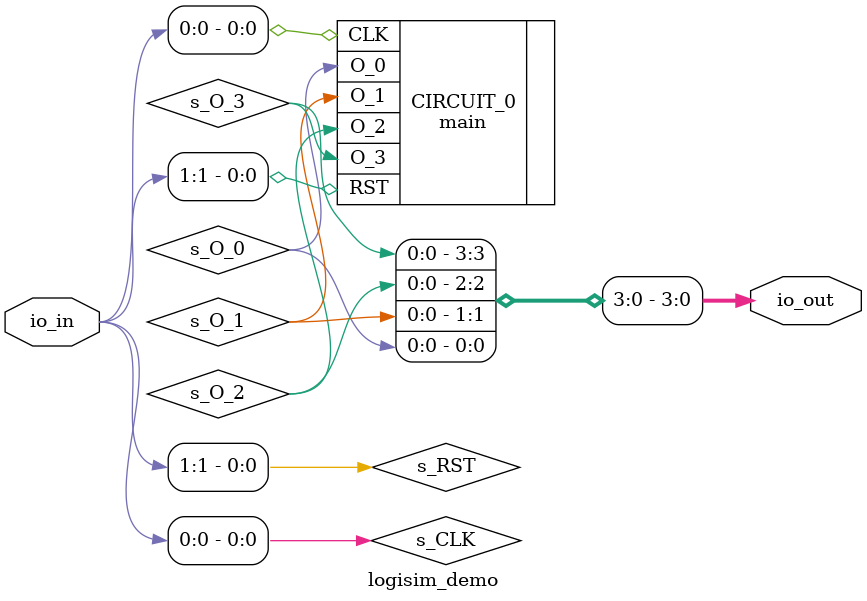
<source format=v>
/******************************************************************************
 ** Logisim-evolution goes FPGA automatic generated Verilog code             **
 ** https://github.com/logisim-evolution/                                    **
 **                                                                          **
 ** Component : logisim_demo                                         **
 **                                                                          **
 *****************************************************************************/

module logisim_demo(
  input [7:0] io_in,
  output [7:0] io_out
);
   /*******************************************************************************
   ** The wires are defined here                                                 **
   *******************************************************************************/
   wire s_CLK = io_in[0];
   wire s_O_0;
   wire s_O_1;
   wire s_O_2;
   wire s_O_3;
   assign io_out[0] = s_O_0;
   assign io_out[1] = s_O_1;
   assign io_out[2] = s_O_2;
   assign io_out[3] = s_O_3;
   wire s_RST = io_in[1];

   /*******************************************************************************
   ** The module functionality is described here                                 **
   *******************************************************************************/

   /*******************************************************************************
   ** All signal adaptations are performed here                                  **
   *******************************************************************************/
   //assign O_0_0 = s_O_0;
   //assign O_1_0 = s_O_1;
   //assign O_2_0 = s_O_2;
   //assign O_3_0 = s_O_3;
   //assign s_CLK = ~n_CLK_0;
   //assign s_RST = ~n_RST_0;

   /*******************************************************************************
   ** The toplevel component is connected here                                   **
   *******************************************************************************/
   main   CIRCUIT_0 (.CLK(s_CLK),
                     .O_0(s_O_0),
                     .O_1(s_O_1),
                     .O_2(s_O_2),
                     .O_3(s_O_3),
                     .RST(s_RST));
endmodule

</source>
